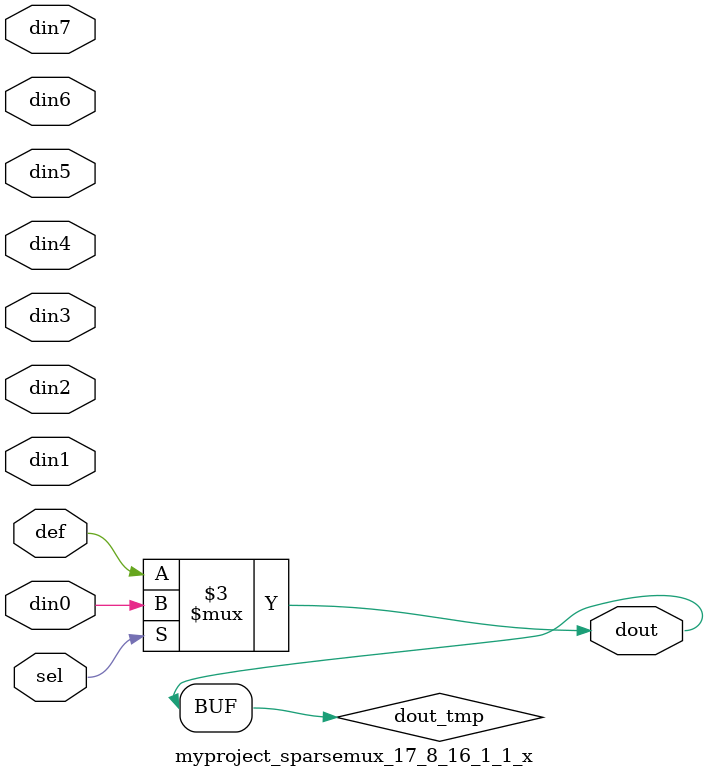
<source format=v>
`timescale 1ns / 1ps

module myproject_sparsemux_17_8_16_1_1_x (din0,din1,din2,din3,din4,din5,din6,din7,def,sel,dout);

parameter din0_WIDTH = 1;

parameter din1_WIDTH = 1;

parameter din2_WIDTH = 1;

parameter din3_WIDTH = 1;

parameter din4_WIDTH = 1;

parameter din5_WIDTH = 1;

parameter din6_WIDTH = 1;

parameter din7_WIDTH = 1;

parameter def_WIDTH = 1;
parameter sel_WIDTH = 1;
parameter dout_WIDTH = 1;

parameter [sel_WIDTH-1:0] CASE0 = 1;

parameter [sel_WIDTH-1:0] CASE1 = 1;

parameter [sel_WIDTH-1:0] CASE2 = 1;

parameter [sel_WIDTH-1:0] CASE3 = 1;

parameter [sel_WIDTH-1:0] CASE4 = 1;

parameter [sel_WIDTH-1:0] CASE5 = 1;

parameter [sel_WIDTH-1:0] CASE6 = 1;

parameter [sel_WIDTH-1:0] CASE7 = 1;

parameter ID = 1;
parameter NUM_STAGE = 1;



input [din0_WIDTH-1:0] din0;

input [din1_WIDTH-1:0] din1;

input [din2_WIDTH-1:0] din2;

input [din3_WIDTH-1:0] din3;

input [din4_WIDTH-1:0] din4;

input [din5_WIDTH-1:0] din5;

input [din6_WIDTH-1:0] din6;

input [din7_WIDTH-1:0] din7;

input [def_WIDTH-1:0] def;
input [sel_WIDTH-1:0] sel;

output [dout_WIDTH-1:0] dout;



reg [dout_WIDTH-1:0] dout_tmp;

always @ (*) begin
case (sel)
    
    CASE0 : dout_tmp = din0;
    
    CASE1 : dout_tmp = din1;
    
    CASE2 : dout_tmp = din2;
    
    CASE3 : dout_tmp = din3;
    
    CASE4 : dout_tmp = din4;
    
    CASE5 : dout_tmp = din5;
    
    CASE6 : dout_tmp = din6;
    
    CASE7 : dout_tmp = din7;
    
    default : dout_tmp = def;
endcase
end


assign dout = dout_tmp;



endmodule

</source>
